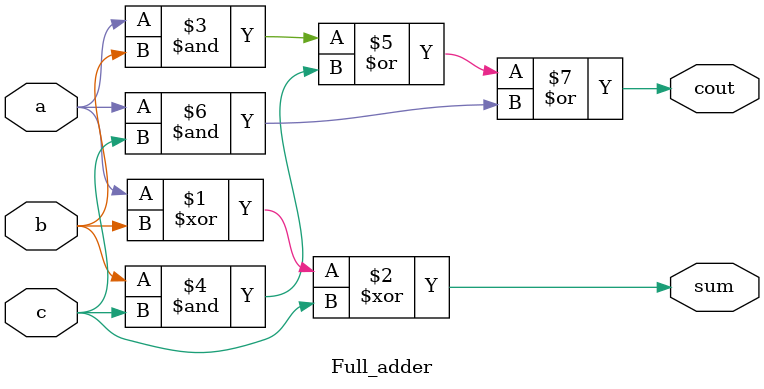
<source format=sv>
`timescale 1ns / 1ps


module CLA(
    input [3:0] a,
    input [3:0] b,
    input       cin,
    output [3:0] DataOut,
    output cout
    );
    
    reg [3:0] g;
    reg [3:0] p;
    reg [4:0] c;
    reg [3:0] DataOut_reg;
    
    always_comb begin
             
       p[3:0] = a[3:0] ^ b[3:0];
       g[3:0] = a[3:0] & b[3:0];
                                
       c[0] = cin;                              
       c[1] = g[0] | (c[0] & p[0]); // Thanks Dr. Song
       c[2] = g[1] | (g[0] & p[1]) | (p[1] & p[0] & c[0]);
       c[3] = g[2] | (g[1] & p[2]) | (p[2] & p[1] & g[0]) | (p[2] & p[1] & p[0] & c[0]);
       c[4] = g[3] | (g[2] & p[3]) | (p[3] & p[2] & g[1]) | (g[0] & p[3] & p[2] & p[1]) | (p[3] & p[2] & p[1] & p[0] & c[0]);
       
       DataOut_reg[3:0] = c[3:0] ^ p[3:0];
   end

       assign cout = c[4];
       assign DataOut = DataOut_reg;
    
endmodule

module CLA_8 (
    input [7:0] a,
    input [7:0] b,
    input       cin,
    output [7:0] DataOut,
    output      cout
    
    );
    
    wire [7:0] out;
    wire [3:0] adder1;
    wire       cout1;
    
    CLA cla1(.a(a[3:0]), .b(b[3:0]), .cin(cin), .DataOut(DataOut[3:0]), .cout(cout1));
    CLA cla2(.a(a[7:4]), .b(b[7:4]), .cin(cout1), .DataOut(DataOut[7:4]), .cout(cout));
        
endmodule

module CLA_12 (
    input [11:0] a,
    input [11:0] b,
    input       cin,
    output [11:0] DataOut,
    output      cout
    
    );
    
    wire [15:0] out;
    wire [7:0] adder1, adder2;
    wire       cout1, cout2;
    
    CLA cla1(.a(a[3:0]), .b(b[3:0]), .cin(cin), .DataOut(DataOut[3:0]), .cout(cout1));
    CLA cla2(.a(a[7:4]), .b(b[7:4]), .cin(cout1), .DataOut(DataOut[7:4]), .cout(cout2));
    CLA cla3(.a(a[11:8]), .b(b[11:8]), .cin(cout2), .DataOut(DataOut[11:8]), .cout(cout));
        
endmodule

module Full_adder (
    input a,
    input b,
    input c,
    output sum,
    output cout
    );
    
    assign sum = (a ^ b ^ c);
    assign cout =  (a&b)|(b&c)|(a&c);
endmodule
</source>
